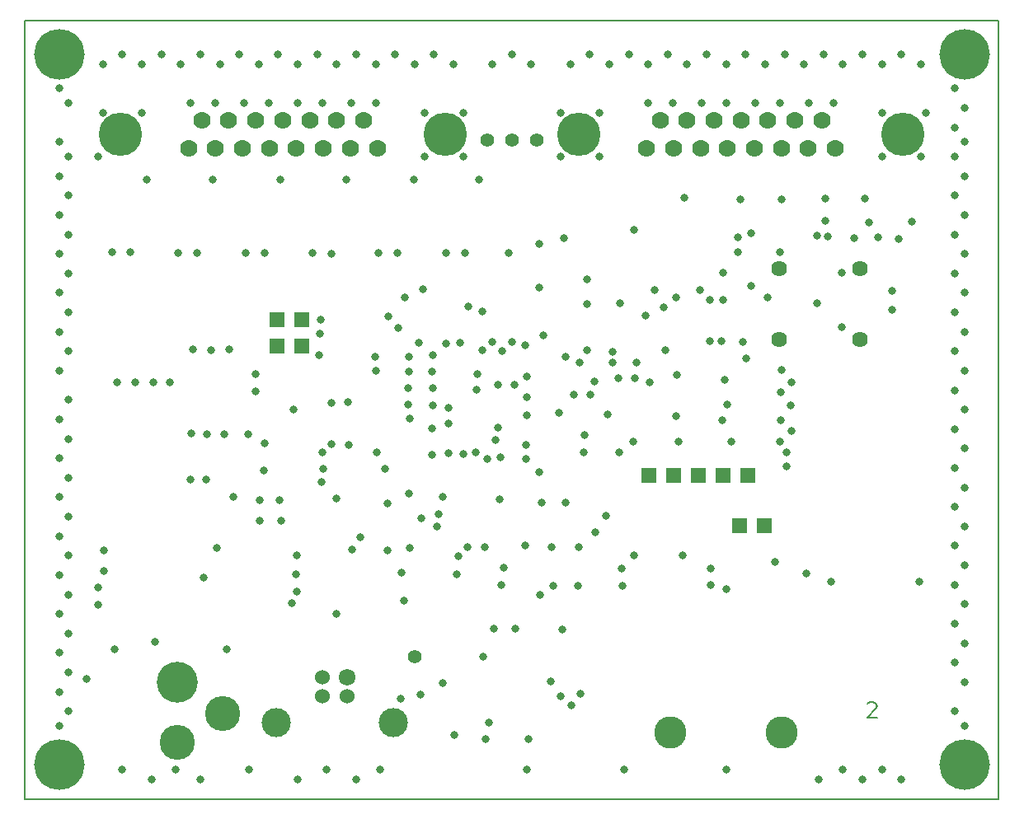
<source format=gbr>
%FSLAX36Y36*%
%MOMM*%
G04 EasyPC Gerber Version 18.0.8 Build 3632 *
%ADD97R,1.52400X1.52400*%
%ADD17C,0.12700*%
%ADD141C,0.20830*%
%ADD24C,0.81280*%
%ADD109C,1.39000*%
%ADD111C,1.42240*%
%ADD99C,1.52400*%
%ADD29C,1.62400*%
%ADD98C,1.72000*%
%ADD90C,1.77800*%
%ADD100C,3.00000*%
%ADD105C,3.31000*%
%ADD101C,3.60000*%
%ADD102C,4.20000*%
%ADD91C,4.44500*%
%ADD23C,5.20000*%
X0Y0D02*
D02*
D17*
X42104200Y3347700D02*
X142104200D01*
Y83347700*
X42104200*
Y3347700*
D02*
D23*
X45604200Y6847700D03*
Y79847700D03*
X138604200Y6847700D03*
Y79847700D03*
D02*
D24*
X45604200Y10847700D03*
Y14347700D03*
Y18347700D03*
Y22347700D03*
Y26347700D03*
Y30347700D03*
Y34347700D03*
Y38347700D03*
Y42347700D03*
Y47347700D03*
Y51347700D03*
Y55347700D03*
Y59347700D03*
Y63347700D03*
Y67347700D03*
Y70847700D03*
Y76347700D03*
X46604200Y12347700D03*
Y16347700D03*
Y20347700D03*
Y24347700D03*
Y28347700D03*
Y32347700D03*
Y36347700D03*
Y40347700D03*
Y44347700D03*
Y49347700D03*
Y53347700D03*
Y57347700D03*
Y61347700D03*
Y65347700D03*
Y69347700D03*
Y74847700D03*
X48454200Y15697700D03*
X49579200Y23272700D03*
Y25047700D03*
X49604200Y69347700D03*
X50104200Y73847700D03*
Y78847700D03*
X50179200Y26797700D03*
X50204200Y28847700D03*
X51054200Y59547700D03*
X51304200Y18747700D03*
X51554200Y46172700D03*
X52104200Y6347700D03*
Y79847700D03*
X52954200Y59547700D03*
X53404200Y46147700D03*
X54104200Y73847700D03*
Y78847700D03*
X54604200Y66947700D03*
X55104200Y5347700D03*
X55254200Y46147700D03*
X55479200Y19497700D03*
X56104200Y79847700D03*
X56954200Y46147700D03*
X57604200Y6347700D03*
X57804200Y59447700D03*
X58104200Y78847700D03*
X59104200Y36197700D03*
Y74847700D03*
X59154200Y40872700D03*
X59354200Y49522700D03*
X59754200Y59447700D03*
X60104200Y5347700D03*
Y79847700D03*
X60454200Y26122700D03*
X60729200Y36147700D03*
X60804200Y40847700D03*
X61229200Y49497700D03*
X61404200Y66947700D03*
X61604200Y74847700D03*
X61779200Y29122700D03*
X62104200Y78847700D03*
X62529200Y40797700D03*
X62804200Y18747700D03*
X63054200Y49522700D03*
X63504200Y34422700D03*
X64104200Y79847700D03*
X64604200Y74847700D03*
X64804200Y59447700D03*
X65029200Y40797700D03*
X65104200Y6347700D03*
X65779200Y45247700D03*
Y46997700D03*
X66104200Y78847700D03*
X66204200Y31897700D03*
Y34072700D03*
X66629200Y37072700D03*
X66679200Y39897700D03*
X66729200Y59447700D03*
X67104200Y74847700D03*
X68104200Y79847700D03*
X68229200Y34072700D03*
X68304200Y66947700D03*
X68379200Y31897700D03*
X69504200Y23422700D03*
X69654200Y43372700D03*
X69929200Y26397700D03*
X69979200Y24672700D03*
X70029200Y28372700D03*
X70104200Y5347700D03*
Y74847700D03*
Y78847700D03*
X71604200Y59447700D03*
X72104200Y79847700D03*
X72329200Y48922700D03*
X72429200Y51147700D03*
X72454200Y52597700D03*
X72579200Y35947700D03*
X72604200Y74847700D03*
X72679200Y38947700D03*
X72704200Y37297700D03*
X73104200Y6347700D03*
X73554200Y59347700D03*
X73579200Y44072700D03*
X73604200Y39772700D03*
X74054200Y34197700D03*
X74104200Y22347700D03*
Y78847700D03*
X75104200Y66947700D03*
X75279200Y44097700D03*
X75354200Y39722700D03*
X75604200Y74847700D03*
X75654200Y28997700D03*
X76104200Y5347700D03*
Y79847700D03*
X76529200Y30247700D03*
X78054200Y48747700D03*
X78104200Y74847700D03*
Y78847700D03*
X78154200Y47347700D03*
X78254200Y38947700D03*
X78404200Y59447700D03*
X78604200Y6347700D03*
X79079200Y37297700D03*
X79354200Y28847700D03*
Y33747700D03*
X79454200Y52947700D03*
X80104200Y79847700D03*
X80304200Y59447700D03*
X80404200Y51747700D03*
X80704200Y13647700D03*
X80804200Y26622700D03*
X81054200Y23747700D03*
X81104200Y54847700D03*
X81479200Y43847700D03*
Y45597700D03*
X81504200Y47247700D03*
X81529200Y48747700D03*
X81554200Y34747700D03*
X81629200Y29097700D03*
X81654200Y42422700D03*
X82004200Y66947700D03*
X82104200Y78847700D03*
X82579200Y50247700D03*
X82704200Y14047700D03*
X82804200Y32147700D03*
X82979200Y55722700D03*
X83104200Y69347700D03*
Y73847700D03*
X83879200Y38722700D03*
Y41397700D03*
X83929200Y47247700D03*
X83954200Y48922700D03*
X83979200Y43822700D03*
Y45522700D03*
X84104200Y79847700D03*
X84432200Y31297700D03*
X84604200Y32647700D03*
X84979200Y15247700D03*
Y34422700D03*
X85304200Y50172700D03*
X85354200Y59447700D03*
X85554200Y38847700D03*
X85579200Y41897700D03*
Y43547700D03*
X86104200Y78847700D03*
X86204200Y9947700D03*
X86429200Y26397700D03*
X86579200Y28272700D03*
X86754200Y50197700D03*
X87104200Y38822700D03*
Y69347700D03*
Y73847700D03*
X87254200Y59447700D03*
X87579200Y29247700D03*
X87604200Y53947700D03*
X88429200Y38922700D03*
X88504200Y45372700D03*
X88529200Y46997700D03*
X88704200Y66947700D03*
X89029200Y49497700D03*
X89079200Y53447700D03*
X89167700Y17972700D03*
X89279200Y29197700D03*
X89404200Y9472700D03*
X89579200Y38247700D03*
X89729200Y11222700D03*
X90079200Y50322700D03*
X90104200Y78847700D03*
X90279200Y20797700D03*
X90429200Y40222700D03*
X90679200Y45922700D03*
X90704200Y41522700D03*
X90829200Y34172700D03*
X90904200Y38447700D03*
X90979200Y25347700D03*
X91079200Y49397700D03*
X91229200Y27122700D03*
X91804200Y59447700D03*
X92079200Y50297700D03*
X92104200Y79847700D03*
X92404200Y45922700D03*
X92467700Y20797700D03*
X93504200Y29422700D03*
Y49947700D03*
X93579200Y38247700D03*
Y39747700D03*
X93604200Y6347700D03*
X93629200Y44597700D03*
X93654200Y42747700D03*
X93679200Y46747700D03*
X93779200Y9472700D03*
X94104200Y78847700D03*
X94879200Y36922700D03*
X94904200Y55872700D03*
Y60397700D03*
X94979200Y24297700D03*
X95204200Y33822700D03*
X95317200Y50947700D03*
X96129200Y15397700D03*
X96154200Y29222700D03*
X96329200Y25247700D03*
X96954200Y43022700D03*
X97104200Y13922700D03*
Y69347700D03*
Y73847700D03*
X97304200Y20772700D03*
X97454200Y60972700D03*
X97654200Y33822700D03*
Y48747700D03*
X98104200Y78847700D03*
X98204200Y12997700D03*
X98454200Y44872700D03*
X98929200Y25272700D03*
X99004200Y29247700D03*
X99029200Y48172700D03*
X99104200Y14122700D03*
X99504200Y38997700D03*
X99529200Y40697700D03*
X99779200Y54197700D03*
X99804200Y49422700D03*
X99854200Y56747700D03*
X100104200Y79847700D03*
X100154200Y44922700D03*
X100554200Y46222700D03*
X100629200Y30747700D03*
X101104200Y69347700D03*
Y73847700D03*
X101804200Y32397700D03*
X101954200Y42822700D03*
X102104200Y78847700D03*
X102429200Y49322700D03*
X102454200Y48197700D03*
X103079200Y46597700D03*
X103129200Y38922700D03*
X103179200Y54272700D03*
X103354200Y27047700D03*
X103429200Y25272700D03*
X103604200Y6347700D03*
X104104200Y79847700D03*
X104554200Y40072700D03*
X104629200Y61797700D03*
X104679200Y28397700D03*
X104754200Y46572700D03*
X104904200Y48222700D03*
X105829200Y52972700D03*
X106104200Y74847700D03*
Y78847700D03*
X106279200Y46122700D03*
X106729200Y55597700D03*
X107704200Y53822700D03*
X107879200Y49447700D03*
X108104200Y79847700D03*
X108604200Y74847700D03*
X108929200Y42722700D03*
Y54897700D03*
X109054200Y46947700D03*
X109254200Y40072700D03*
X109629200Y28372700D03*
X109829200Y65097700D03*
X110104200Y78847700D03*
X111454200Y55597700D03*
X111604200Y74847700D03*
X112104200Y79847700D03*
X112404200Y50347700D03*
X112429200Y54597700D03*
X112529200Y25347700D03*
Y26997700D03*
X113629200Y50372700D03*
X113729200Y42272700D03*
X113754200Y54597700D03*
Y57397700D03*
X113979200Y46397700D03*
X114104200Y6347700D03*
Y74847700D03*
Y78847700D03*
X114154200Y24897700D03*
X114204200Y43897700D03*
X114654200Y40097700D03*
X115329200Y61047700D03*
X115354200Y59547700D03*
X115554200Y64947700D03*
X115804200Y50322700D03*
X116104200Y79847700D03*
X116154200Y48597700D03*
X116704200Y56047700D03*
Y61472700D03*
X117104200Y74847700D03*
X118104200Y78847700D03*
X118329200Y54897700D03*
X119154200Y27672700D03*
X119604200Y40097700D03*
Y74847700D03*
X119654200Y59522700D03*
X119729200Y42297700D03*
Y45172700D03*
X119804200Y47397700D03*
Y64947700D03*
X120104200Y79847700D03*
X120304200Y37497700D03*
Y38972700D03*
X120704200Y43772700D03*
X120829200Y41172700D03*
Y46147700D03*
X122104200Y78847700D03*
X122304200Y26522700D03*
X122604200Y74847700D03*
X123404200Y61197700D03*
X123429200Y54247700D03*
X123604200Y5347700D03*
X124104200Y79847700D03*
X124254200Y64997700D03*
X124279200Y62747700D03*
X124579200Y61172700D03*
X124854200Y25622700D03*
X125104200Y74847700D03*
X125979200Y51797700D03*
Y57397700D03*
X126104200Y6347700D03*
Y78847700D03*
X127279200Y60997700D03*
X128104200Y5347700D03*
Y79847700D03*
X128354200Y64997700D03*
X128779200Y62597700D03*
X129729200Y61047700D03*
X130104200Y6347700D03*
Y69347700D03*
Y73847700D03*
Y78847700D03*
X131154200Y53622700D03*
Y55547700D03*
X131854200Y60847700D03*
X132104200Y5347700D03*
Y79847700D03*
X133154200Y62622700D03*
X133954200Y25697700D03*
X134104200Y69347700D03*
Y78847700D03*
X134604200Y73847700D03*
X137604200Y12347700D03*
Y17347700D03*
Y21347700D03*
Y25347700D03*
Y29347700D03*
Y33347700D03*
Y37347700D03*
Y41347700D03*
Y45347700D03*
Y49347700D03*
Y53347700D03*
Y57347700D03*
Y61347700D03*
Y65347700D03*
Y69347700D03*
Y72347700D03*
Y76347700D03*
X138604200Y10847700D03*
Y15347700D03*
Y19347700D03*
Y23347700D03*
Y27347700D03*
Y31347700D03*
Y35347700D03*
Y39347700D03*
Y43347700D03*
Y47347700D03*
Y51347700D03*
Y55347700D03*
Y59347700D03*
Y63347700D03*
Y67347700D03*
Y70847700D03*
Y74347700D03*
D02*
D29*
X119579200Y50597700D03*
Y57847700D03*
X127829200Y50597700D03*
Y57847700D03*
D02*
D90*
X58886200Y70202900D03*
X60271200Y73047700D03*
X61656200Y70202900D03*
X63001000Y73047700D03*
X64426200Y70202900D03*
X65811200Y73047700D03*
X67196200Y70202900D03*
X68581200Y73047700D03*
X69966200Y70202900D03*
X71351200Y73047700D03*
X72736200Y70202900D03*
X74121200Y73047700D03*
X75506200Y70202900D03*
X76891200Y73047700D03*
X78276200Y70202900D03*
X105932200D03*
X107317200Y73047700D03*
X108702200Y70202900D03*
X110047000Y73047700D03*
X111472200Y70202900D03*
X112857200Y73047700D03*
X114242200Y70202900D03*
X115627200Y73047700D03*
X117012200Y70202900D03*
X118397200Y73047700D03*
X119782200Y70202900D03*
X121167200Y73047700D03*
X122552200Y70202900D03*
X123937200Y73047700D03*
X125322200Y70202900D03*
D02*
D91*
X51931200Y71625300D03*
X85231200D03*
X98977200D03*
X132277200D03*
D02*
D97*
X67954200Y49872700D03*
Y52547700D03*
X70494200Y49872700D03*
Y52547700D03*
X106144200Y36572700D03*
X108684200D03*
X111224200D03*
X113764200D03*
X115479200Y31422700D03*
X116304200Y36572700D03*
X118019200Y31422700D03*
D02*
D98*
X75181200Y15872700D03*
D02*
D99*
X72681200Y13872700D03*
Y15872700D03*
X75181200Y13872700D03*
D02*
D100*
X67911200Y11162700D03*
X79951200D03*
D02*
D101*
X57732600Y9122700D03*
X62432600Y12122700D03*
D02*
D102*
X57732600Y15322700D03*
D02*
D105*
X108382700Y10137700D03*
X119812700D03*
D02*
D109*
X89577800Y71047700D03*
X92117800D03*
X94657800D03*
D02*
D111*
X82104200Y17947700D03*
D02*
D141*
X129620600Y11713200D02*
X128579200D01*
X129490400Y12624500*
X129620600Y12884800*
X129490400Y13145200*
X129230100Y13275300*
X128839600*
X128579200Y13145200*
X0Y0D02*
M02*

</source>
